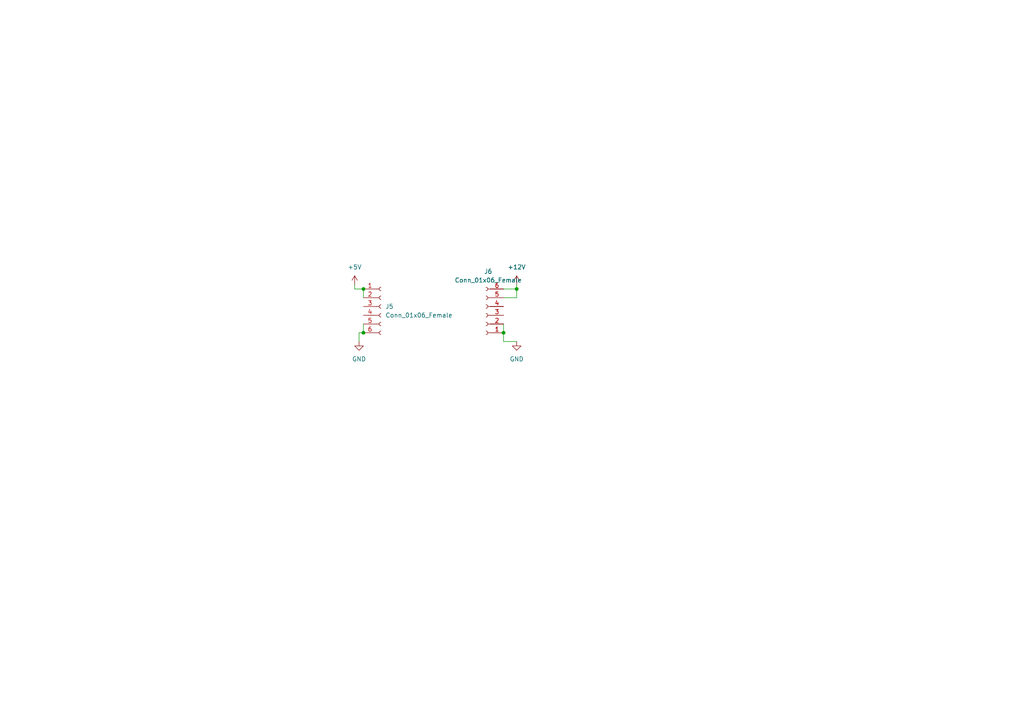
<source format=kicad_sch>
(kicad_sch (version 20211123) (generator eeschema)
  (paper "A4")
  (lib_symbols
    (symbol "Connector:Conn_01x06_Female" (pin_names (offset 1.016) hide)
      (property "Reference" "J" (at 0 7.62 0))
      (property "Value" "Conn_01x06_Female" (at 0 -10.16 0))
      (symbol "Conn_01x06_Female_1_1"
        (arc (start 0 -7.112) (mid -0.508 -7.62) (end 0 -8.128) (stroke (width 0.1524)))
        (arc (start 0 -4.572) (mid -0.508 -5.08) (end 0 -5.588) (stroke (width 0.1524)))
        (arc (start 0 -2.032) (mid -0.508 -2.54) (end 0 -3.048) (stroke (width 0.1524)))
        (polyline (pts (xy -1.27 -7.62) (xy -0.508 -7.62)) (stroke (width 0.1524)))
        (polyline (pts (xy -1.27 -5.08) (xy -0.508 -5.08)) (stroke (width 0.1524)))
        (polyline (pts (xy -1.27 -2.54) (xy -0.508 -2.54)) (stroke (width 0.1524)))
        (polyline (pts (xy -1.27 0) (xy -0.508 0)) (stroke (width 0.1524)))
        (polyline (pts (xy -1.27 2.54) (xy -0.508 2.54)) (stroke (width 0.1524)))
        (polyline (pts (xy -1.27 5.08) (xy -0.508 5.08)) (stroke (width 0.1524)))
        (arc (start 0 0.508) (mid -0.508 0) (end 0 -0.508) (stroke (width 0.1524)))
        (arc (start 0 3.048) (mid -0.508 2.54) (end 0 2.032) (stroke (width 0.1524)))
        (arc (start 0 5.588) (mid -0.508 5.08) (end 0 4.572) (stroke (width 0.1524)))
        (pin passive line (at -5.08 5.08 0) (length 3.81) (name "Pin_1") (number "1"))
        (pin passive line (at -5.08 2.54 0) (length 3.81) (name "Pin_2") (number "2"))
        (pin passive line (at -5.08 0 0) (length 3.81) (name "Pin_3") (number "3"))
        (pin passive line (at -5.08 -2.54 0) (length 3.81) (name "Pin_4") (number "4"))
        (pin passive line (at -5.08 -5.08 0) (length 3.81) (name "Pin_5") (number "5"))
        (pin passive line (at -5.08 -7.62 0) (length 3.81) (name "Pin_6") (number "6"))
      )
    )
    (symbol "power:+12V" (power) (pin_names (offset 0))
      (property "Value" "+12V" (at 0 3.556 0))
      (symbol "+12V_0_1"
        (polyline (pts (xy -0.762 1.27) (xy 0 2.54)))
        (polyline (pts (xy 0 0) (xy 0 2.54)))
        (polyline (pts (xy 0 2.54) (xy 0.762 1.27)))
      )
      (symbol "+12V_1_1"
        (pin power_in line (at 0 0 90) (length 0) hide (name "+12V") (number "1"))
      )
    )
    (symbol "power:+5V" (power) (pin_names (offset 0))
      (property "Value" "+5V" (at 0 3.556 0))
      (symbol "+5V_0_1"
        (polyline (pts (xy -0.762 1.27) (xy 0 2.54)))
        (polyline (pts (xy 0 0) (xy 0 2.54)))
        (polyline (pts (xy 0 2.54) (xy 0.762 1.27)))
      )
      (symbol "+5V_1_1"
        (pin power_in line (at 0 0 90) (length 0) hide (name "+5V") (number "1"))
      )
    )
    (symbol "power:GND" (power) (pin_names (offset 0))
      (property "Value" "GND" (at 0 -3.81 0))
      (symbol "GND_0_1"
        (polyline (pts (xy 0 0) (xy 0 -1.27) (xy 1.27 -1.27) (xy 0 -2.54) (xy -1.27 -1.27) (xy 0 -1.27)))
      )
      (symbol "GND_1_1"
        (pin power_in line (at 0 0 270) (length 0) hide (name "GND") (number "1"))
      )
    )
  )
  (junction (at 149.86 83.82))
  (junction (at 146.05 96.52))
  (junction (at 105.41 96.52))
  (junction (at 105.41 83.82))
  (wire (pts (xy 105.41 96.52) (xy 104.14 96.52)))
  (wire (pts (xy 146.05 93.98) (xy 146.05 96.52)))
  (wire (pts (xy 105.41 83.82) (xy 102.87 83.82)))
  (wire (pts (xy 104.14 96.52) (xy 104.14 99.06)))
  (wire (pts (xy 102.87 83.82) (xy 102.87 82.55)))
  (wire (pts (xy 149.86 82.55) (xy 149.86 83.82)))
  (wire (pts (xy 149.86 83.82) (xy 146.05 83.82)))
  (wire (pts (xy 146.05 99.06) (xy 146.05 96.52)))
  (wire (pts (xy 105.41 83.82) (xy 105.41 86.36)))
  (wire (pts (xy 105.41 93.98) (xy 105.41 96.52)))
  (wire (pts (xy 149.86 99.06) (xy 146.05 99.06)))
  (wire (pts (xy 149.86 83.82) (xy 149.86 86.36)))
  (wire (pts (xy 149.86 86.36) (xy 146.05 86.36)))
  (symbol (lib_id "Connector:Conn_01x06_Female") (at 140.97 91.44 180) (unit 1)
    (property "Reference" "J6" (at 141.605 78.74 0))
    (property "Value" "Conn_01x06_Female" (at 141.605 81.28 0))
    (property "Footprint" "Connector_PinHeader_2.54mm:PinHeader_1x06_P2.54mm_Vertical" (effects hide))
  )
  (symbol (lib_id "power:GND") (at 104.14 99.06 0) (unit 1)
    (property "Reference" "#PWR016" (effects hide))
    (property "Value" "GND" (at 104.14 104.14 0))
  )
  (symbol (lib_id "power:+5V") (at 102.87 82.55 0) (unit 1)
    (property "Reference" "#PWR015" (effects hide))
    (property "Value" "+5V" (at 102.87 77.47 0))
  )
  (symbol (lib_id "Connector:Conn_01x06_Female") (at 110.49 88.9 0) (unit 1)
    (property "Reference" "J5" (at 111.76 88.8999 0) (effects (justify left)))
    (property "Value" "Conn_01x06_Female" (at 111.76 91.4399 0) (effects (justify left)))
    (property "Footprint" "Connector_PinHeader_2.54mm:PinHeader_1x06_P2.54mm_Vertical" (effects hide))
  )
  (symbol (lib_id "power:GND") (at 149.86 99.06 0) (unit 1)
    (property "Reference" "#PWR018" (effects hide))
    (property "Value" "GND" (at 149.86 104.14 0))
  )
  (symbol (lib_id "power:+12V") (at 149.86 82.55 0) (unit 1)
    (property "Reference" "#PWR017" (effects hide))
    (property "Value" "+12V" (at 149.86 77.47 0))
  )
)
</source>
